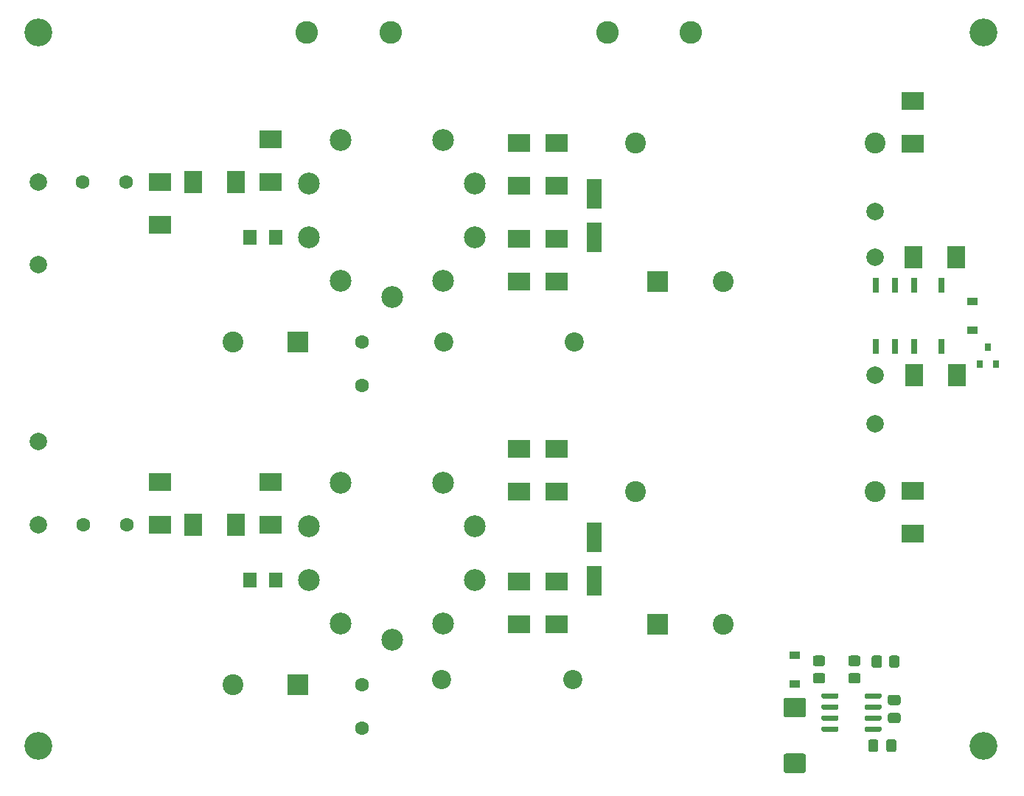
<source format=gbr>
G04 #@! TF.GenerationSoftware,KiCad,Pcbnew,(5.1.9-0-10_14)*
G04 #@! TF.CreationDate,2021-04-16T18:11:00+02:00*
G04 #@! TF.ProjectId,pre-amp-ecc88,7072652d-616d-4702-9d65-636338382e6b,rev?*
G04 #@! TF.SameCoordinates,Original*
G04 #@! TF.FileFunction,Soldermask,Top*
G04 #@! TF.FilePolarity,Negative*
%FSLAX46Y46*%
G04 Gerber Fmt 4.6, Leading zero omitted, Abs format (unit mm)*
G04 Created by KiCad (PCBNEW (5.1.9-0-10_14)) date 2021-04-16 18:11:00*
%MOMM*%
%LPD*%
G01*
G04 APERTURE LIST*
%ADD10R,0.800000X1.800000*%
%ADD11R,2.100000X2.600000*%
%ADD12R,0.800000X0.900000*%
%ADD13R,1.200000X0.900000*%
%ADD14C,2.499360*%
%ADD15R,1.800000X3.500000*%
%ADD16C,2.400000*%
%ADD17R,2.400000X2.400000*%
%ADD18C,1.600000*%
%ADD19R,2.600000X2.100000*%
%ADD20R,1.500000X1.800000*%
%ADD21C,2.000000*%
%ADD22C,2.600000*%
%ADD23C,2.200000*%
%ADD24C,3.200000*%
G04 APERTURE END LIST*
D10*
X147564000Y-105268000D03*
X144364000Y-105268000D03*
X142164000Y-105268000D03*
X139964000Y-105268000D03*
X139964000Y-112268000D03*
X142164000Y-112268000D03*
X144364000Y-112268000D03*
X147564000Y-112268000D03*
D11*
X149273600Y-115519200D03*
X144373600Y-115519200D03*
X149248200Y-102031800D03*
X144348200Y-102031800D03*
G36*
G01*
X138722000Y-152550000D02*
X138722000Y-152250000D01*
G75*
G02*
X138872000Y-152100000I150000J0D01*
G01*
X140522000Y-152100000D01*
G75*
G02*
X140672000Y-152250000I0J-150000D01*
G01*
X140672000Y-152550000D01*
G75*
G02*
X140522000Y-152700000I-150000J0D01*
G01*
X138872000Y-152700000D01*
G75*
G02*
X138722000Y-152550000I0J150000D01*
G01*
G37*
G36*
G01*
X138722000Y-153820000D02*
X138722000Y-153520000D01*
G75*
G02*
X138872000Y-153370000I150000J0D01*
G01*
X140522000Y-153370000D01*
G75*
G02*
X140672000Y-153520000I0J-150000D01*
G01*
X140672000Y-153820000D01*
G75*
G02*
X140522000Y-153970000I-150000J0D01*
G01*
X138872000Y-153970000D01*
G75*
G02*
X138722000Y-153820000I0J150000D01*
G01*
G37*
G36*
G01*
X138722000Y-155090000D02*
X138722000Y-154790000D01*
G75*
G02*
X138872000Y-154640000I150000J0D01*
G01*
X140522000Y-154640000D01*
G75*
G02*
X140672000Y-154790000I0J-150000D01*
G01*
X140672000Y-155090000D01*
G75*
G02*
X140522000Y-155240000I-150000J0D01*
G01*
X138872000Y-155240000D01*
G75*
G02*
X138722000Y-155090000I0J150000D01*
G01*
G37*
G36*
G01*
X138722000Y-156360000D02*
X138722000Y-156060000D01*
G75*
G02*
X138872000Y-155910000I150000J0D01*
G01*
X140522000Y-155910000D01*
G75*
G02*
X140672000Y-156060000I0J-150000D01*
G01*
X140672000Y-156360000D01*
G75*
G02*
X140522000Y-156510000I-150000J0D01*
G01*
X138872000Y-156510000D01*
G75*
G02*
X138722000Y-156360000I0J150000D01*
G01*
G37*
G36*
G01*
X133772000Y-156360000D02*
X133772000Y-156060000D01*
G75*
G02*
X133922000Y-155910000I150000J0D01*
G01*
X135572000Y-155910000D01*
G75*
G02*
X135722000Y-156060000I0J-150000D01*
G01*
X135722000Y-156360000D01*
G75*
G02*
X135572000Y-156510000I-150000J0D01*
G01*
X133922000Y-156510000D01*
G75*
G02*
X133772000Y-156360000I0J150000D01*
G01*
G37*
G36*
G01*
X133772000Y-155090000D02*
X133772000Y-154790000D01*
G75*
G02*
X133922000Y-154640000I150000J0D01*
G01*
X135572000Y-154640000D01*
G75*
G02*
X135722000Y-154790000I0J-150000D01*
G01*
X135722000Y-155090000D01*
G75*
G02*
X135572000Y-155240000I-150000J0D01*
G01*
X133922000Y-155240000D01*
G75*
G02*
X133772000Y-155090000I0J150000D01*
G01*
G37*
G36*
G01*
X133772000Y-153820000D02*
X133772000Y-153520000D01*
G75*
G02*
X133922000Y-153370000I150000J0D01*
G01*
X135572000Y-153370000D01*
G75*
G02*
X135722000Y-153520000I0J-150000D01*
G01*
X135722000Y-153820000D01*
G75*
G02*
X135572000Y-153970000I-150000J0D01*
G01*
X133922000Y-153970000D01*
G75*
G02*
X133772000Y-153820000I0J150000D01*
G01*
G37*
G36*
G01*
X133772000Y-152550000D02*
X133772000Y-152250000D01*
G75*
G02*
X133922000Y-152100000I150000J0D01*
G01*
X135572000Y-152100000D01*
G75*
G02*
X135722000Y-152250000I0J-150000D01*
G01*
X135722000Y-152550000D01*
G75*
G02*
X135572000Y-152700000I-150000J0D01*
G01*
X133922000Y-152700000D01*
G75*
G02*
X133772000Y-152550000I0J150000D01*
G01*
G37*
G36*
G01*
X141513000Y-148913001D02*
X141513000Y-148012999D01*
G75*
G02*
X141762999Y-147763000I249999J0D01*
G01*
X142463001Y-147763000D01*
G75*
G02*
X142713000Y-148012999I0J-249999D01*
G01*
X142713000Y-148913001D01*
G75*
G02*
X142463001Y-149163000I-249999J0D01*
G01*
X141762999Y-149163000D01*
G75*
G02*
X141513000Y-148913001I0J249999D01*
G01*
G37*
G36*
G01*
X139513000Y-148913001D02*
X139513000Y-148012999D01*
G75*
G02*
X139762999Y-147763000I249999J0D01*
G01*
X140463001Y-147763000D01*
G75*
G02*
X140713000Y-148012999I0J-249999D01*
G01*
X140713000Y-148913001D01*
G75*
G02*
X140463001Y-149163000I-249999J0D01*
G01*
X139762999Y-149163000D01*
G75*
G02*
X139513000Y-148913001I0J249999D01*
G01*
G37*
G36*
G01*
X137090999Y-149768000D02*
X137991001Y-149768000D01*
G75*
G02*
X138241000Y-150017999I0J-249999D01*
G01*
X138241000Y-150718001D01*
G75*
G02*
X137991001Y-150968000I-249999J0D01*
G01*
X137090999Y-150968000D01*
G75*
G02*
X136841000Y-150718001I0J249999D01*
G01*
X136841000Y-150017999D01*
G75*
G02*
X137090999Y-149768000I249999J0D01*
G01*
G37*
G36*
G01*
X137090999Y-147768000D02*
X137991001Y-147768000D01*
G75*
G02*
X138241000Y-148017999I0J-249999D01*
G01*
X138241000Y-148718001D01*
G75*
G02*
X137991001Y-148968000I-249999J0D01*
G01*
X137090999Y-148968000D01*
G75*
G02*
X136841000Y-148718001I0J249999D01*
G01*
X136841000Y-148017999D01*
G75*
G02*
X137090999Y-147768000I249999J0D01*
G01*
G37*
G36*
G01*
X133927001Y-148968000D02*
X133026999Y-148968000D01*
G75*
G02*
X132777000Y-148718001I0J249999D01*
G01*
X132777000Y-148017999D01*
G75*
G02*
X133026999Y-147768000I249999J0D01*
G01*
X133927001Y-147768000D01*
G75*
G02*
X134177000Y-148017999I0J-249999D01*
G01*
X134177000Y-148718001D01*
G75*
G02*
X133927001Y-148968000I-249999J0D01*
G01*
G37*
G36*
G01*
X133927001Y-150968000D02*
X133026999Y-150968000D01*
G75*
G02*
X132777000Y-150718001I0J249999D01*
G01*
X132777000Y-150017999D01*
G75*
G02*
X133026999Y-149768000I249999J0D01*
G01*
X133927001Y-149768000D01*
G75*
G02*
X134177000Y-150017999I0J-249999D01*
G01*
X134177000Y-150718001D01*
G75*
G02*
X133927001Y-150968000I-249999J0D01*
G01*
G37*
D12*
X152847000Y-112300000D03*
X153797000Y-114300000D03*
X151897000Y-114300000D03*
D13*
X151130000Y-110362000D03*
X151130000Y-107062000D03*
X130683000Y-147702000D03*
X130683000Y-151002000D03*
G36*
G01*
X142588000Y-153452500D02*
X141638000Y-153452500D01*
G75*
G02*
X141388000Y-153202500I0J250000D01*
G01*
X141388000Y-152527500D01*
G75*
G02*
X141638000Y-152277500I250000J0D01*
G01*
X142588000Y-152277500D01*
G75*
G02*
X142838000Y-152527500I0J-250000D01*
G01*
X142838000Y-153202500D01*
G75*
G02*
X142588000Y-153452500I-250000J0D01*
G01*
G37*
G36*
G01*
X142588000Y-155527500D02*
X141638000Y-155527500D01*
G75*
G02*
X141388000Y-155277500I0J250000D01*
G01*
X141388000Y-154602500D01*
G75*
G02*
X141638000Y-154352500I250000J0D01*
G01*
X142588000Y-154352500D01*
G75*
G02*
X142838000Y-154602500I0J-250000D01*
G01*
X142838000Y-155277500D01*
G75*
G02*
X142588000Y-155527500I-250000J0D01*
G01*
G37*
G36*
G01*
X141187500Y-158590000D02*
X141187500Y-157640000D01*
G75*
G02*
X141437500Y-157390000I250000J0D01*
G01*
X142112500Y-157390000D01*
G75*
G02*
X142362500Y-157640000I0J-250000D01*
G01*
X142362500Y-158590000D01*
G75*
G02*
X142112500Y-158840000I-250000J0D01*
G01*
X141437500Y-158840000D01*
G75*
G02*
X141187500Y-158590000I0J250000D01*
G01*
G37*
G36*
G01*
X139112500Y-158590000D02*
X139112500Y-157640000D01*
G75*
G02*
X139362500Y-157390000I250000J0D01*
G01*
X140037500Y-157390000D01*
G75*
G02*
X140287500Y-157640000I0J-250000D01*
G01*
X140287500Y-158590000D01*
G75*
G02*
X140037500Y-158840000I-250000J0D01*
G01*
X139362500Y-158840000D01*
G75*
G02*
X139112500Y-158590000I0J250000D01*
G01*
G37*
G36*
G01*
X131708001Y-154872000D02*
X129657999Y-154872000D01*
G75*
G02*
X129408000Y-154622001I0J249999D01*
G01*
X129408000Y-152871999D01*
G75*
G02*
X129657999Y-152622000I249999J0D01*
G01*
X131708001Y-152622000D01*
G75*
G02*
X131958000Y-152871999I0J-249999D01*
G01*
X131958000Y-154622001D01*
G75*
G02*
X131708001Y-154872000I-249999J0D01*
G01*
G37*
G36*
G01*
X131708001Y-161272000D02*
X129657999Y-161272000D01*
G75*
G02*
X129408000Y-161022001I0J249999D01*
G01*
X129408000Y-159271999D01*
G75*
G02*
X129657999Y-159022000I249999J0D01*
G01*
X131708001Y-159022000D01*
G75*
G02*
X131958000Y-159271999I0J-249999D01*
G01*
X131958000Y-161022001D01*
G75*
G02*
X131708001Y-161272000I-249999J0D01*
G01*
G37*
D14*
X78562200Y-88519000D03*
X74930000Y-93522800D03*
X74930000Y-99695000D03*
X78562200Y-104698800D03*
X84439760Y-106608880D03*
X90317320Y-104698800D03*
X93949520Y-99695000D03*
X93949520Y-93522800D03*
X90317320Y-88519000D03*
X78562200Y-127889000D03*
X74930000Y-132892800D03*
X74930000Y-139065000D03*
X78562200Y-144068800D03*
X84439760Y-145978880D03*
X90317320Y-144068800D03*
X93949520Y-139065000D03*
X93949520Y-132892800D03*
X90317320Y-127889000D03*
D15*
X107696000Y-99742000D03*
X107696000Y-94742000D03*
X107696000Y-139192000D03*
X107696000Y-134192000D03*
D16*
X112395000Y-88900000D03*
X139895000Y-88900000D03*
X112395000Y-128905000D03*
X139895000Y-128905000D03*
X66160000Y-111760000D03*
D17*
X73660000Y-111760000D03*
D18*
X81026000Y-116760000D03*
X81026000Y-111760000D03*
D16*
X66160000Y-151130000D03*
D17*
X73660000Y-151130000D03*
D18*
X81026000Y-156130000D03*
X81026000Y-151130000D03*
D19*
X144195800Y-84050800D03*
X144195800Y-88950800D03*
X99060000Y-93800000D03*
X99060000Y-88900000D03*
X103378000Y-93800000D03*
X103378000Y-88900000D03*
X70485000Y-93345000D03*
X70485000Y-88445000D03*
X99060000Y-99875000D03*
X99060000Y-104775000D03*
X103378000Y-99875000D03*
X103378000Y-104775000D03*
D20*
X68120000Y-99695000D03*
X71120000Y-99695000D03*
D11*
X61595000Y-93345000D03*
X66495000Y-93345000D03*
D19*
X57785000Y-98245000D03*
X57785000Y-93345000D03*
D21*
X139954000Y-96774000D03*
X139954000Y-101981000D03*
D22*
X74676000Y-76200000D03*
X84328000Y-76200000D03*
D21*
X43815000Y-102870000D03*
X43815000Y-93345000D03*
D16*
X122435000Y-104775000D03*
D17*
X114935000Y-104775000D03*
D23*
X105410000Y-111760000D03*
X90410000Y-111760000D03*
D18*
X48895000Y-93345000D03*
X53895000Y-93345000D03*
D19*
X144246600Y-128854200D03*
X144246600Y-133754200D03*
X99060000Y-124005000D03*
X99060000Y-128905000D03*
X103378000Y-124005000D03*
X103378000Y-128905000D03*
X70485000Y-132715000D03*
X70485000Y-127815000D03*
X99060000Y-139245000D03*
X99060000Y-144145000D03*
X103378000Y-139245000D03*
X103378000Y-144145000D03*
D20*
X68120000Y-139065000D03*
X71120000Y-139065000D03*
D11*
X61595000Y-132715000D03*
X66495000Y-132715000D03*
D19*
X57785000Y-127815000D03*
X57785000Y-132715000D03*
D21*
X139954000Y-121158000D03*
X139954000Y-115570000D03*
D22*
X109220000Y-76200000D03*
X118745000Y-76200000D03*
D21*
X43815000Y-123190000D03*
X43815000Y-132715000D03*
D24*
X152400000Y-76200000D03*
X152400000Y-158115000D03*
X43815000Y-158115000D03*
X43815000Y-76200000D03*
D16*
X122435000Y-144145000D03*
D17*
X114935000Y-144145000D03*
D23*
X105170000Y-150495000D03*
X90170000Y-150495000D03*
D18*
X48975000Y-132715000D03*
X53975000Y-132715000D03*
M02*

</source>
